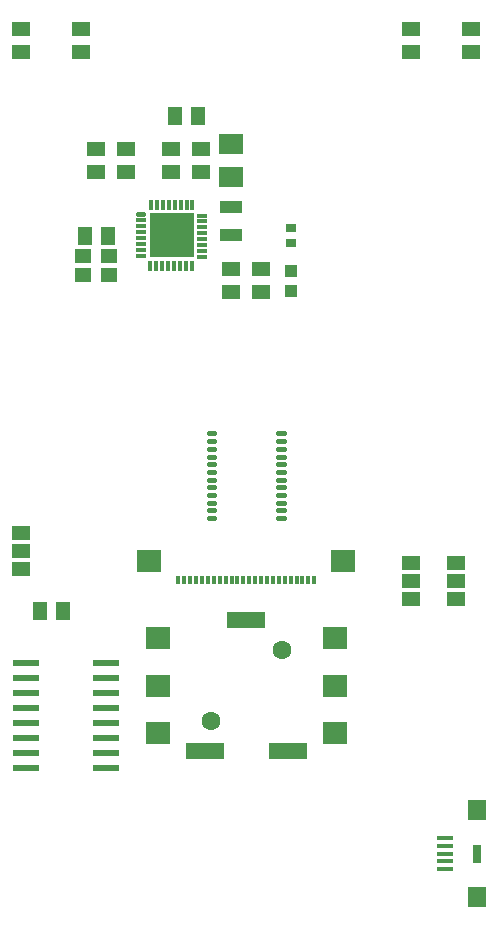
<source format=gtp>
G75*
%MOIN*%
%OFA0B0*%
%FSLAX25Y25*%
%IPPOS*%
%LPD*%
%AMOC8*
5,1,8,0,0,1.08239X$1,22.5*
%
%ADD10R,0.05906X0.05118*%
%ADD11R,0.05118X0.05906*%
%ADD12R,0.05709X0.01575*%
%ADD13R,0.05906X0.07087*%
%ADD14R,0.02756X0.05906*%
%ADD15R,0.05512X0.04724*%
%ADD16R,0.05118X0.06299*%
%ADD17R,0.06299X0.05118*%
%ADD18C,0.01248*%
%ADD19R,0.03200X0.01600*%
%ADD20R,0.01600X0.03200*%
%ADD21R,0.14567X0.14567*%
%ADD22C,0.01772*%
%ADD23R,0.08500X0.02200*%
%ADD24R,0.06300X0.04600*%
%ADD25R,0.03543X0.02756*%
%ADD26R,0.07874X0.07087*%
%ADD27R,0.07874X0.07480*%
%ADD28R,0.12598X0.05709*%
%ADD29C,0.06299*%
%ADD30R,0.01181X0.03150*%
%ADD31R,0.04331X0.03937*%
%ADD32R,0.07480X0.04331*%
D10*
X0083200Y0222260D03*
X0083200Y0229740D03*
X0093200Y0229740D03*
X0093200Y0222260D03*
X0073200Y0262260D03*
X0073200Y0269740D03*
X0063200Y0269740D03*
X0063200Y0262260D03*
X0048200Y0262260D03*
X0048200Y0269740D03*
X0038200Y0269740D03*
X0038200Y0262260D03*
D11*
X0034460Y0241000D03*
X0041940Y0241000D03*
X0064460Y0281000D03*
X0071940Y0281000D03*
D12*
X0154472Y0040118D03*
X0154472Y0037559D03*
X0154472Y0035000D03*
X0154472Y0032441D03*
X0154472Y0029882D03*
D13*
X0165200Y0020496D03*
X0165200Y0049504D03*
D14*
X0165200Y0035000D03*
D15*
X0042531Y0227850D03*
X0042531Y0234150D03*
X0033869Y0234150D03*
X0033869Y0227850D03*
D16*
X0026940Y0116000D03*
X0019460Y0116000D03*
D17*
X0013200Y0302260D03*
X0013200Y0309740D03*
X0033200Y0309740D03*
X0033200Y0302260D03*
X0143200Y0302260D03*
X0143200Y0309740D03*
X0163200Y0309740D03*
X0163200Y0302260D03*
D18*
X0054097Y0247871D02*
X0052145Y0247871D01*
X0052145Y0248223D01*
X0054097Y0248223D01*
X0054097Y0247871D01*
D19*
X0053121Y0246079D03*
X0053121Y0244110D03*
X0053121Y0242142D03*
X0053121Y0240173D03*
X0053121Y0238205D03*
X0053121Y0236236D03*
X0053121Y0234268D03*
X0073279Y0233953D03*
X0073279Y0235921D03*
X0073279Y0237890D03*
X0073279Y0239858D03*
X0073279Y0241827D03*
X0073279Y0243795D03*
X0073279Y0245764D03*
X0073279Y0247732D03*
D20*
X0070247Y0251079D03*
X0068279Y0251079D03*
X0066310Y0251079D03*
X0064342Y0251079D03*
X0062373Y0251079D03*
X0060405Y0251079D03*
X0058436Y0251079D03*
X0056468Y0251079D03*
X0056153Y0230921D03*
X0058121Y0230921D03*
X0060090Y0230921D03*
X0062058Y0230921D03*
X0064027Y0230921D03*
X0065995Y0230921D03*
X0067964Y0230921D03*
X0069932Y0230921D03*
D21*
X0063357Y0241236D03*
D22*
X0075602Y0175075D02*
X0077570Y0175075D01*
X0077570Y0172516D02*
X0075602Y0172516D01*
X0075602Y0169957D02*
X0077570Y0169957D01*
X0077570Y0167398D02*
X0075602Y0167398D01*
X0075602Y0164839D02*
X0077570Y0164839D01*
X0077570Y0162280D02*
X0075602Y0162280D01*
X0075602Y0159720D02*
X0077570Y0159720D01*
X0077570Y0157161D02*
X0075602Y0157161D01*
X0075602Y0154602D02*
X0077570Y0154602D01*
X0077570Y0152043D02*
X0075602Y0152043D01*
X0075602Y0149484D02*
X0077570Y0149484D01*
X0077570Y0146925D02*
X0075602Y0146925D01*
X0098830Y0146925D02*
X0100798Y0146925D01*
X0100798Y0149484D02*
X0098830Y0149484D01*
X0098830Y0152043D02*
X0100798Y0152043D01*
X0100798Y0154602D02*
X0098830Y0154602D01*
X0098830Y0157161D02*
X0100798Y0157161D01*
X0100798Y0159720D02*
X0098830Y0159720D01*
X0098830Y0162280D02*
X0100798Y0162280D01*
X0100798Y0164839D02*
X0098830Y0164839D01*
X0098830Y0167398D02*
X0100798Y0167398D01*
X0100798Y0169957D02*
X0098830Y0169957D01*
X0098830Y0172516D02*
X0100798Y0172516D01*
X0100798Y0175075D02*
X0098830Y0175075D01*
D23*
X0014900Y0063500D03*
X0014900Y0068500D03*
X0014900Y0073500D03*
X0014900Y0078500D03*
X0014900Y0083500D03*
X0014900Y0088500D03*
X0014900Y0093500D03*
X0014900Y0098500D03*
X0041500Y0098500D03*
X0041500Y0093500D03*
X0041500Y0088500D03*
X0041500Y0083500D03*
X0041500Y0078500D03*
X0041500Y0073500D03*
X0041500Y0068500D03*
X0041500Y0063500D03*
D24*
X0013200Y0130000D03*
X0013200Y0136000D03*
X0013200Y0142000D03*
X0143200Y0132000D03*
X0143200Y0126000D03*
X0143200Y0120000D03*
X0158200Y0120000D03*
X0158200Y0126000D03*
X0158200Y0132000D03*
D25*
X0103200Y0238441D03*
X0103200Y0243559D03*
D26*
X0083200Y0260488D03*
X0083200Y0271512D03*
D27*
X0055917Y0132457D03*
X0058672Y0106748D03*
X0058672Y0091000D03*
X0058672Y0075252D03*
X0117728Y0075252D03*
X0117728Y0091000D03*
X0117728Y0106748D03*
X0120483Y0132457D03*
D28*
X0088200Y0112752D03*
X0074420Y0069248D03*
X0101980Y0069248D03*
D29*
X0100011Y0102811D03*
X0076389Y0079189D03*
D30*
X0075405Y0126157D03*
X0077373Y0126157D03*
X0079342Y0126157D03*
X0081310Y0126157D03*
X0083279Y0126157D03*
X0085247Y0126157D03*
X0087216Y0126157D03*
X0089184Y0126157D03*
X0091153Y0126157D03*
X0093121Y0126157D03*
X0095090Y0126157D03*
X0097058Y0126157D03*
X0099027Y0126157D03*
X0100995Y0126157D03*
X0102964Y0126157D03*
X0104932Y0126157D03*
X0106901Y0126157D03*
X0108869Y0126157D03*
X0110838Y0126157D03*
X0073436Y0126157D03*
X0071468Y0126157D03*
X0069499Y0126157D03*
X0067531Y0126157D03*
X0065562Y0126157D03*
D31*
X0103200Y0222654D03*
X0103200Y0229346D03*
D32*
X0083200Y0241276D03*
X0083200Y0250724D03*
M02*

</source>
